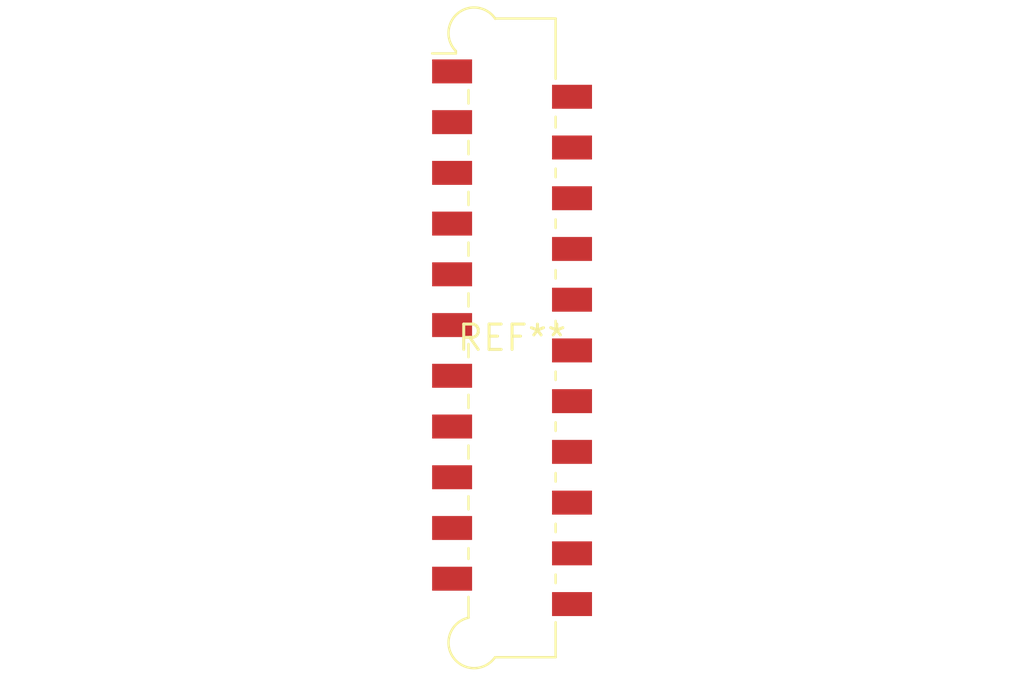
<source format=kicad_pcb>
(kicad_pcb (version 20240108) (generator pcbnew)
  (layers (0 "F.Cu" signal) (31 "B.Cu" signal) (34 "B.Paste" user) (35 "F.Paste" user) (36 "B.SilkS" user "B.Silkscreen") (37 "F.SilkS" user "F.Silkscreen") (38 "B.Mask" user) (39 "F.Mask" user) (44 "Edge.Cuts" user))
  (net 0 "")
  (footprint "Molex_Picoflex_90814-0022_2x11_P1.27mm_Vertical" (layer "F.Cu") (at 0 0)
    (property "Reference" "REF**")
    (property "Value" "Molex_Picoflex_90814-0022_2x11_P1.27mm_Vertical")
    (fp_line (start -2.81 -14.36) (end -2.81 -14.24) (layer "F.SilkS") (stroke (width 0.12)))
    (fp_line (start -2.81 -14.24) (end -4 -14.24) (layer "F.SilkS") (stroke (width 0.12)))
    (fp_line (start -2.18 -11.73) (end -2.18 -12.4) (layer "F.SilkS") (stroke (width 0.12)))
    (fp_line (start -2.18 -9.19) (end -2.18 -9.86) (layer "F.SilkS") (stroke (width 0.12)))
    (fp_line (start -2.18 -6.65) (end -2.18 -7.31) (layer "F.SilkS") (stroke (width 0.12)))
    (fp_line (start -2.18 -4.11) (end -2.18 -4.77) (layer "F.SilkS") (stroke (width 0.12)))
    (fp_line (start -2.18 -1.57) (end -2.18 -2.23) (layer "F.SilkS") (stroke (width 0.12)))
    (fp_line (start -2.18 0.97) (end -2.18 0.31) (layer "F.SilkS") (stroke (width 0.12)))
    (fp_line (start -2.18 3.51) (end -2.18 2.85) (layer "F.SilkS") (stroke (width 0.12)))
    (fp_line (start -2.18 6.05) (end -2.18 5.39) (layer "F.SilkS") (stroke (width 0.12)))
    (fp_line (start -2.18 8.59) (end -2.18 7.93) (layer "F.SilkS") (stroke (width 0.12)))
    (fp_line (start -2.18 11.07) (end -2.18 10.53) (layer "F.SilkS") (stroke (width 0.12)))
    (fp_line (start -2.18 14.01) (end -2.18 12.97) (layer "F.SilkS") (stroke (width 0.12)))
    (fp_line (start 2.18 -15.99) (end -0.82 -15.99) (layer "F.SilkS") (stroke (width 0.12)))
    (fp_line (start 2.18 -15.99) (end 2.18 -12.97) (layer "F.SilkS") (stroke (width 0.12)))
    (fp_line (start 2.18 -11.07) (end 2.18 -10.53) (layer "F.SilkS") (stroke (width 0.12)))
    (fp_line (start 2.18 -8.47) (end 2.18 -8.04) (layer "F.SilkS") (stroke (width 0.12)))
    (fp_line (start 2.18 -5.93) (end 2.18 -5.5) (layer "F.SilkS") (stroke (width 0.12)))
    (fp_line (start 2.18 -3.39) (end 2.18 -2.97) (layer "F.SilkS") (stroke (width 0.12)))
    (fp_line (start 2.18 -0.85) (end 2.18 -0.43) (layer "F.SilkS") (stroke (width 0.12)))
    (fp_line (start 2.18 1.69) (end 2.18 2.11) (layer "F.SilkS") (stroke (width 0.12)))
    (fp_line (start 2.18 4.23) (end 2.18 4.66) (layer "F.SilkS") (stroke (width 0.12)))
    (fp_line (start 2.18 6.77) (end 2.18 7.2) (layer "F.SilkS") (stroke (width 0.12)))
    (fp_line (start 2.18 9.31) (end 2.18 9.73) (layer "F.SilkS") (stroke (width 0.12)))
    (fp_line (start 2.18 11.85) (end 2.18 12.28) (layer "F.SilkS") (stroke (width 0.12)))
    (fp_line (start 2.18 14.24) (end 2.18 15.99) (layer "F.SilkS") (stroke (width 0.12)))
    (fp_line (start 2.18 15.99) (end -0.85 15.99) (layer "F.SilkS") (stroke (width 0.12)))
    (fp_arc (start -2.81 -14.36) (mid -2.708637 -16.252072) (end -0.834991 -15.969828) (layer "F.SilkS") (stroke (width 0.12)))
    (fp_arc (start -0.85 15.99) (mid -2.962791 15.971248) (end -2.174424 14.010964) (layer "F.SilkS") (stroke (width 0.12)))
    (pad "" np_thru_hole circle (at -1.9 -15.26) (size 1.9 1.9) (drill 1.9) (layers *.Cu *.Mask))
    (pad "" np_thru_hole circle (at -1.9 15.26) (size 1.9 1.9) (drill 1.9) (layers *.Cu *.Mask))
    (pad "1" smd rect (at -3 -13.34) (size 2 1.2) (layers "F.Cu" "F.Paste" "F.Mask"))
    (pad "2" smd rect (at 3 -12.07) (size 2 1.2) (layers "F.Cu" "F.Paste" "F.Mask"))
    (pad "3" smd rect (at -3 -10.8) (size 2 1.2) (layers "F.Cu" "F.Paste" "F.Mask"))
    (pad "4" smd rect (at 3 -9.53) (size 2 1.2) (layers "F.Cu" "F.Paste" "F.Mask"))
    (pad "5" smd rect (at -3 -8.26) (size 2 1.2) (layers "F.Cu" "F.Paste" "F.Mask"))
    (pad "6" smd rect (at 3 -6.99) (size 2 1.2) (layers "F.Cu" "F.Paste" "F.Mask"))
    (pad "7" smd rect (at -3 -5.72) (size 2 1.2) (layers "F.Cu" "F.Paste" "F.Mask"))
    (pad "8" smd rect (at 3 -4.45) (size 2 1.2) (layers "F.Cu" "F.Paste" "F.Mask"))
    (pad "9" smd rect (at -3 -3.18) (size 2 1.2) (layers "F.Cu" "F.Paste" "F.Mask"))
    (pad "10" smd rect (at 3 -1.91) (size 2 1.2) (layers "F.Cu" "F.Paste" "F.Mask"))
    (pad "11" smd rect (at -3 -0.64) (size 2 1.2) (layers "F.Cu" "F.Paste" "F.Mask"))
    (pad "12" smd rect (at 3 0.63) (size 2 1.2) (layers "F.Cu" "F.Paste" "F.Mask"))
    (pad "13" smd rect (at -3 1.9) (size 2 1.2) (layers "F.Cu" "F.Paste" "F.Mask"))
    (pad "14" smd rect (at 3 3.17) (size 2 1.2) (layers "F.Cu" "F.Paste" "F.Mask"))
    (pad "15" smd rect (at -3 4.44) (size 2 1.2) (layers "F.Cu" "F.Paste" "F.Mask"))
    (pad "16" smd rect (at 3 5.71) (size 2 1.2) (layers "F.Cu" "F.Paste" "F.Mask"))
    (pad "17" smd rect (at -3 6.98) (size 2 1.2) (layers "F.Cu" "F.Paste" "F.Mask"))
    (pad "18" smd rect (at 3 8.25) (size 2 1.2) (layers "F.Cu" "F.Paste" "F.Mask"))
    (pad "19" smd rect (at -3 9.52) (size 2 1.2) (layers "F.Cu" "F.Paste" "F.Mask"))
    (pad "20" smd rect (at 3 10.79) (size 2 1.2) (layers "F.Cu" "F.Paste" "F.Mask"))
    (pad "21" smd rect (at -3 12.06) (size 2 1.2) (layers "F.Cu" "F.Paste" "F.Mask"))
    (pad "22" smd rect (at 3 13.33) (size 2 1.2) (layers "F.Cu" "F.Paste" "F.Mask"))
  )
)
</source>
